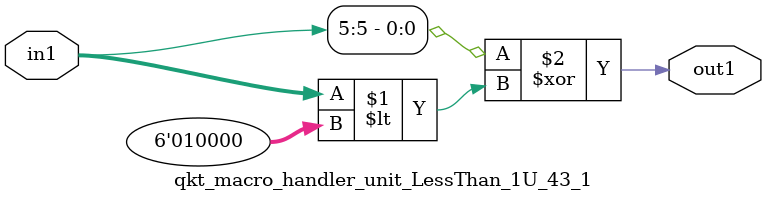
<source format=v>

`timescale 1ps / 1ps


module qkt_macro_handler_unit_LessThan_1U_43_1( in1, out1 );

    input [5:0] in1;
    output out1;

    
    // rtl_process:qkt_macro_handler_unit_LessThan_1U_43_1/qkt_macro_handler_unit_LessThan_1U_43_1_thread_1
    assign out1 = (in1[5] ^ in1 < 6'd16);

endmodule



</source>
